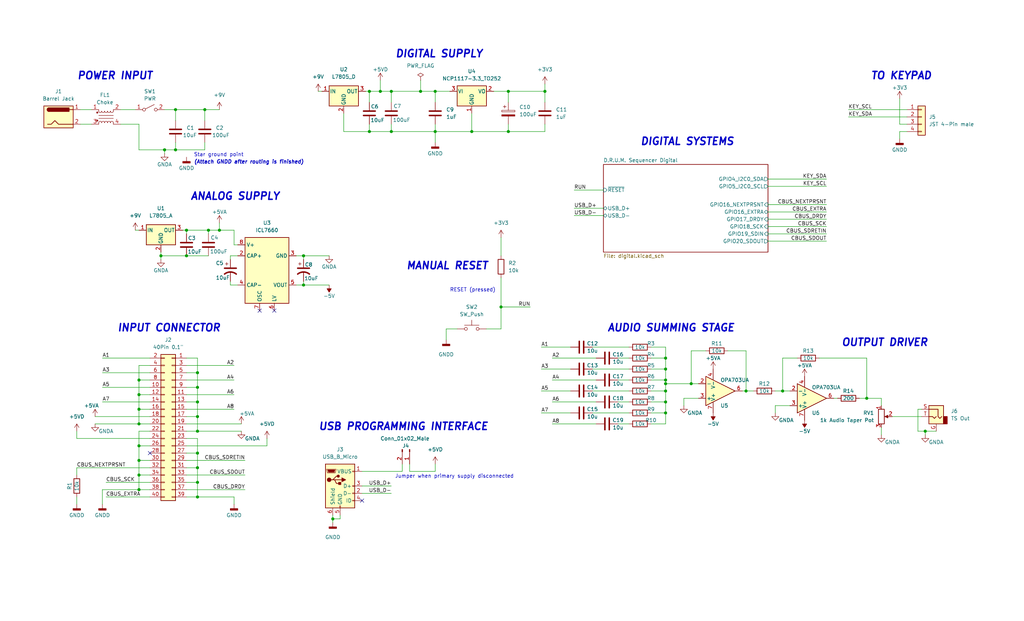
<source format=kicad_sch>
(kicad_sch (version 20211123) (generator eeschema)
  (paper "USLegal")
  (title_block (title "DRUM System Sequencer") (date "2022-10-12") (rev "1.0") (company "D.R.U.M."))
  (lib_symbols
    (symbol "Connector:AudioJack2_Ground"
      (property "Reference" "J" (at 0 8.89 0))
      (property "Value" "AudioJack2_Ground" (at 0 6.35 0))
      (symbol "AudioJack2_Ground_1_1"
        (pin passive line (at 0 -5.08 90) (length 2.54) (name "~") (number "G"))
        (pin passive line (at 5.08 2.54 180) (length 2.54) (name "~") (number "S"))
        (pin passive line (at 5.08 0 180) (length 2.54) (name "~") (number "T"))
      )
    )
    (symbol "Connector:Barrel_Jack" (pin_names (offset 1.016))
      (property "Reference" "J" (at 0 5.334 0))
      (property "Value" "Barrel_Jack" (at 0 -5.08 0))
      (symbol "Barrel_Jack_1_1"
        (pin passive line (at 7.62 2.54 180) (length 2.54) (name "~") (number "1"))
        (pin passive line (at 7.62 -2.54 180) (length 2.54) (name "~") (number "2"))
      )
    )
    (symbol "Connector:Conn_01x02_Male" (pin_names (offset 1.016) hide)
      (property "Reference" "J" (at 0 2.54 0))
      (property "Value" "Conn_01x02_Male" (at 0 -5.08 0))
      (symbol "Conn_01x02_Male_1_1"
        (pin passive line (at 5.08 0 180) (length 3.81) (name "Pin_1") (number "1"))
        (pin passive line (at 5.08 -2.54 180) (length 3.81) (name "Pin_2") (number "2"))
      )
    )
    (symbol "Connector:USB_B_Micro" (pin_names (offset 1.016))
      (property "Reference" "J" (at -5.08 11.43 0))
      (property "Value" "USB_B_Micro" (at -5.08 8.89 0))
      (symbol "USB_B_Micro_1_1"
        (pin power_out line (at 7.62 5.08 180) (length 2.54) (name "VBUS") (number "1"))
        (pin bidirectional line (at 7.62 -2.54 180) (length 2.54) (name "D-") (number "2"))
        (pin bidirectional line (at 7.62 0 180) (length 2.54) (name "D+") (number "3"))
        (pin passive line (at 7.62 -5.08 180) (length 2.54) (name "ID") (number "4"))
        (pin power_out line (at 0 -10.16 90) (length 2.54) (name "GND") (number "5"))
        (pin passive line (at -2.54 -10.16 90) (length 2.54) (name "Shield") (number "6"))
      )
    )
    (symbol "Connector_Generic:Conn_01x04" (pin_names (offset 1.016) hide)
      (property "Reference" "J" (at 0 5.08 0))
      (property "Value" "Conn_01x04" (at 0 -7.62 0))
      (symbol "Conn_01x04_1_1"
        (pin passive line (at -5.08 2.54 0) (length 3.81) (name "Pin_1") (number "1"))
        (pin passive line (at -5.08 0 0) (length 3.81) (name "Pin_2") (number "2"))
        (pin passive line (at -5.08 -2.54 0) (length 3.81) (name "Pin_3") (number "3"))
        (pin passive line (at -5.08 -5.08 0) (length 3.81) (name "Pin_4") (number "4"))
      )
    )
    (symbol "Connector_Generic:Conn_02x20_Odd_Even" (pin_names (offset 1.016) hide)
      (property "Reference" "J" (at 1.27 25.4 0))
      (property "Value" "Conn_02x20_Odd_Even" (at 1.27 -27.94 0))
      (symbol "Conn_02x20_Odd_Even_1_1"
        (pin passive line (at -5.08 22.86 0) (length 3.81) (name "Pin_1") (number "1"))
        (pin passive line (at 7.62 12.7 180) (length 3.81) (name "Pin_10") (number "10"))
        (pin passive line (at -5.08 10.16 0) (length 3.81) (name "Pin_11") (number "11"))
        (pin passive line (at 7.62 10.16 180) (length 3.81) (name "Pin_12") (number "12"))
        (pin passive line (at -5.08 7.62 0) (length 3.81) (name "Pin_13") (number "13"))
        (pin passive line (at 7.62 7.62 180) (length 3.81) (name "Pin_14") (number "14"))
        (pin passive line (at -5.08 5.08 0) (length 3.81) (name "Pin_15") (number "15"))
        (pin passive line (at 7.62 5.08 180) (length 3.81) (name "Pin_16") (number "16"))
        (pin passive line (at -5.08 2.54 0) (length 3.81) (name "Pin_17") (number "17"))
        (pin passive line (at 7.62 2.54 180) (length 3.81) (name "Pin_18") (number "18"))
        (pin passive line (at -5.08 0 0) (length 3.81) (name "Pin_19") (number "19"))
        (pin passive line (at 7.62 22.86 180) (length 3.81) (name "Pin_2") (number "2"))
        (pin passive line (at 7.62 0 180) (length 3.81) (name "Pin_20") (number "20"))
        (pin passive line (at -5.08 -2.54 0) (length 3.81) (name "Pin_21") (number "21"))
        (pin passive line (at 7.62 -2.54 180) (length 3.81) (name "Pin_22") (number "22"))
        (pin passive line (at -5.08 -5.08 0) (length 3.81) (name "Pin_23") (number "23"))
        (pin passive line (at 7.62 -5.08 180) (length 3.81) (name "Pin_24") (number "24"))
        (pin passive line (at -5.08 -7.62 0) (length 3.81) (name "Pin_25") (number "25"))
        (pin passive line (at 7.62 -7.62 180) (length 3.81) (name "Pin_26") (number "26"))
        (pin passive line (at -5.08 -10.16 0) (length 3.81) (name "Pin_27") (number "27"))
        (pin passive line (at 7.62 -10.16 180) (length 3.81) (name "Pin_28") (number "28"))
        (pin passive line (at -5.08 -12.7 0) (length 3.81) (name "Pin_29") (number "29"))
        (pin passive line (at -5.08 20.32 0) (length 3.81) (name "Pin_3") (number "3"))
        (pin passive line (at 7.62 -12.7 180) (length 3.81) (name "Pin_30") (number "30"))
        (pin passive line (at -5.08 -15.24 0) (length 3.81) (name "Pin_31") (number "31"))
        (pin passive line (at 7.62 -15.24 180) (length 3.81) (name "Pin_32") (number "32"))
        (pin passive line (at -5.08 -17.78 0) (length 3.81) (name "Pin_33") (number "33"))
        (pin passive line (at 7.62 -17.78 180) (length 3.81) (name "Pin_34") (number "34"))
        (pin passive line (at -5.08 -20.32 0) (length 3.81) (name "Pin_35") (number "35"))
        (pin passive line (at 7.62 -20.32 180) (length 3.81) (name "Pin_36") (number "36"))
        (pin passive line (at -5.08 -22.86 0) (length 3.81) (name "Pin_37") (number "37"))
        (pin passive line (at 7.62 -22.86 180) (length 3.81) (name "Pin_38") (number "38"))
        (pin passive line (at -5.08 -25.4 0) (length 3.81) (name "Pin_39") (number "39"))
        (pin passive line (at 7.62 20.32 180) (length 3.81) (name "Pin_4") (number "4"))
        (pin passive line (at 7.62 -25.4 180) (length 3.81) (name "Pin_40") (number "40"))
        (pin passive line (at -5.08 17.78 0) (length 3.81) (name "Pin_5") (number "5"))
        (pin passive line (at 7.62 17.78 180) (length 3.81) (name "Pin_6") (number "6"))
        (pin passive line (at -5.08 15.24 0) (length 3.81) (name "Pin_7") (number "7"))
        (pin passive line (at 7.62 15.24 180) (length 3.81) (name "Pin_8") (number "8"))
        (pin passive line (at -5.08 12.7 0) (length 3.81) (name "Pin_9") (number "9"))
      )
    )
    (symbol "Device:C" (pin_numbers hide) (pin_names (offset 0.254))
      (property "Reference" "C" (at 0.635 2.54 0))
      (property "Value" "C" (at 0.635 -2.54 0))
      (symbol "C_1_1"
        (pin passive line (at 0 3.81 270) (length 2.794) (name "~") (number "1"))
        (pin passive line (at 0 -3.81 90) (length 2.794) (name "~") (number "2"))
      )
    )
    (symbol "Device:C_Polarized" (pin_numbers hide) (pin_names (offset 0.254))
      (property "Reference" "C" (at 0.635 2.54 0))
      (property "Value" "C_Polarized" (at 0.635 -2.54 0))
      (symbol "C_Polarized_1_1"
        (pin passive line (at 0 3.81 270) (length 2.794) (name "~") (number "1"))
        (pin passive line (at 0 -3.81 90) (length 2.794) (name "~") (number "2"))
      )
    )
    (symbol "Device:C_Polarized_US" (pin_numbers hide) (pin_names (offset 0.254) hide)
      (property "Reference" "C" (at 0.635 2.54 0))
      (property "Value" "C_Polarized_US" (at 0.635 -2.54 0))
      (symbol "C_Polarized_US_1_1"
        (pin passive line (at 0 3.81 270) (length 2.794) (name "~") (number "1"))
        (pin passive line (at 0 -3.81 90) (length 3.302) (name "~") (number "2"))
      )
    )
    (symbol "Device:R" (pin_numbers hide) (pin_names (offset 0))
      (property "Reference" "R" (at 2.032 0 90))
      (property "Value" "R" (at 0 0 90))
      (symbol "R_1_1"
        (pin passive line (at 0 3.81 270) (length 1.27) (name "~") (number "1"))
        (pin passive line (at 0 -3.81 90) (length 1.27) (name "~") (number "2"))
      )
    )
    (symbol "Device:R_Potentiometer" (pin_names (offset 1.016) hide)
      (property "Reference" "RV" (at -4.445 0 90))
      (property "Value" "R_Potentiometer" (at -2.54 0 90))
      (symbol "R_Potentiometer_1_1"
        (pin passive line (at 0 3.81 270) (length 1.27) (name "1") (number "1"))
        (pin passive line (at 3.81 0 180) (length 1.27) (name "2") (number "2"))
        (pin passive line (at 0 -3.81 90) (length 1.27) (name "3") (number "3"))
      )
    )
    (symbol "Filter:Choke_Schaffner_RN102-2-02-1M1" (pin_names hide)
      (property "Reference" "FL" (at 0 5.08 0))
      (property "Value" "Choke_Schaffner_RN102-2-02-1M1" (at 0 -5.08 0))
      (symbol "Choke_Schaffner_RN102-2-02-1M1_1_1"
        (pin passive line (at -5.08 2.54 0) (length 2.54) (name "1") (number "1"))
        (pin passive line (at 5.08 2.54 180) (length 2.54) (name "2") (number "2"))
        (pin passive line (at -5.08 -2.54 0) (length 2.54) (name "3") (number "3"))
        (pin passive line (at 5.08 -2.54 180) (length 2.54) (name "4") (number "4"))
      )
    )
    (symbol "OPAMP_1" (pin_names (offset 0.254))
      (property "Reference" "U5" (at 0 5.08 0))
      (property "Value" "OPA703UA" (at 0 -3.81 0))
      (symbol "OPAMP_1_1_1"
        (pin input line (at -7.62 -2.54 0) (length 2.54) (name "-") (number "2"))
        (pin input line (at -7.62 2.54 0) (length 2.54) (name "+") (number "3"))
        (pin power_in line (at -2.54 -7.62 90) (length 3.81) (name "V-") (number "4"))
        (pin output line (at 7.62 0 180) (length 2.54) (name "~") (number "6"))
        (pin power_in line (at -2.54 7.62 270) (length 3.81) (name "V+") (number "7"))
      )
    )
    (symbol "Regulator_Linear:L7805" (pin_names (offset 0.254))
      (property "Reference" "U" (at -3.81 3.175 0))
      (property "Value" "L7805" (at 0 3.175 0))
      (symbol "L7805_1_1"
        (pin power_in line (at -7.62 0 0) (length 2.54) (name "IN") (number "1"))
        (pin power_in line (at 0 -7.62 90) (length 2.54) (name "GND") (number "2"))
        (pin power_out line (at 7.62 0 180) (length 2.54) (name "OUT") (number "3"))
      )
    )
    (symbol "Regulator_Linear:NCP1117-3.3_TO252" (pin_names (offset 0.254))
      (property "Reference" "U" (at -3.81 3.175 0))
      (property "Value" "NCP1117-3.3_TO252" (at 0 3.175 0))
      (symbol "NCP1117-3.3_TO252_1_1"
        (pin power_in line (at 0 -7.62 90) (length 2.54) (name "GND") (number "1"))
        (pin power_out line (at 7.62 0 180) (length 2.54) (name "VO") (number "2"))
        (pin power_in line (at -7.62 0 0) (length 2.54) (name "VI") (number "3"))
      )
    )
    (symbol "Regulator_SwitchedCapacitor:ICL7660"
      (property "Reference" "U?" (at 0 15.24 0))
      (property "Value" "ICL7660" (at 0 12.7 0))
      (symbol "ICL7660_1_1"
        (pin no_connect line (at -7.62 5.08 0) (length 2.54) hide (name "NC") (number "1"))
        (pin input line (at -10.16 3.81 0) (length 2.54) (name "CAP+") (number "2"))
        (pin power_in line (at 10.16 3.81 180) (length 2.54) (name "GND") (number "3"))
        (pin input line (at -10.16 -6.35 0) (length 2.54) (name "CAP-") (number "4"))
        (pin power_out line (at 10.16 -6.35 180) (length 2.54) (name "VOUT") (number "5"))
        (pin input line (at 2.54 -15.24 90) (length 2.54) (name "LV") (number "6"))
        (pin input line (at -2.54 -15.24 90) (length 2.54) (name "OSC") (number "7"))
        (pin power_in line (at -10.16 7.62 0) (length 2.54) (name "V+") (number "8"))
      )
    )
    (symbol "Switch:SW_Push" (pin_numbers hide) (pin_names (offset 1.016) hide)
      (property "Reference" "SW" (at 1.27 2.54 0))
      (property "Value" "SW_Push" (at 0 -1.524 0))
      (symbol "SW_Push_0_1"
        (pin passive line (at -5.08 0 0) (length 2.54) (name "1") (number "1"))
        (pin passive line (at 5.08 0 180) (length 2.54) (name "2") (number "2"))
      )
    )
    (symbol "Switch:SW_SPST" (pin_names (offset 0) hide)
      (property "Reference" "SW" (at 0 3.175 0))
      (property "Value" "SW_SPST" (at 0 -2.54 0))
      (symbol "SW_SPST_1_1"
        (pin passive line (at -5.08 0 0) (length 2.54) (name "A") (number "1"))
        (pin passive line (at 5.08 0 180) (length 2.54) (name "B") (number "2"))
      )
    )
    (symbol "power:+3.3V" (power) (pin_names (offset 0))
      (property "Value" "+3.3V" (at 0 3.556 0))
      (symbol "+3.3V_1_1"
        (pin power_in line (at 0 0 90) (length 0) hide (name "+3V3") (number "1"))
      )
    )
    (symbol "power:+3V3" (power) (pin_names (offset 0))
      (property "Value" "+3V3" (at 0 3.556 0))
      (symbol "+3V3_1_1"
        (pin power_in line (at 0 0 90) (length 0) hide (name "+3V3") (number "1"))
      )
    )
    (symbol "power:+5VA" (power) (pin_names (offset 0))
      (property "Value" "+5VA" (at 0 3.556 0))
      (symbol "+5VA_1_1"
        (pin power_in line (at 0 0 90) (length 0) hide (name "+5VA") (number "1"))
      )
    )
    (symbol "power:+5VD" (power) (pin_names (offset 0))
      (property "Value" "+5VD" (at 0 3.556 0))
      (symbol "+5VD_1_1"
        (pin power_in line (at 0 0 90) (length 0) hide (name "+5VD") (number "1"))
      )
    )
    (symbol "power:+9V" (power) (pin_names (offset 0))
      (property "Value" "+9V" (at 0 3.556 0))
      (symbol "+9V_1_1"
        (pin power_in line (at 0 0 90) (length 0) hide (name "+9V") (number "1"))
      )
    )
    (symbol "power:-5V" (power) (pin_names (offset 0))
      (property "Value" "-5V" (at 0 3.81 0))
      (symbol "-5V_0_0"
        (pin power_in line (at 0 0 90) (length 0) hide (name "-5V") (number "1"))
      )
    )
    (symbol "power:GNDA" (power) (pin_names (offset 0))
      (property "Value" "GNDA" (at 0 -3.81 0))
      (symbol "GNDA_1_1"
        (pin power_in line (at 0 0 270) (length 0) hide (name "GNDA") (number "1"))
      )
    )
    (symbol "power:GNDD" (power) (pin_names (offset 0))
      (property "Value" "GNDD" (at 0 -3.175 0))
      (symbol "GNDD_1_1"
        (pin power_in line (at 0 0 270) (length 0) hide (name "GNDD") (number "1"))
      )
    )
    (symbol "power:PWR_FLAG" (power) (pin_numbers hide) (pin_names (offset 0) hide)
      (property "Value" "PWR_FLAG" (at 0 3.81 0))
      (symbol "PWR_FLAG_0_0"
        (pin power_out line (at 0 0 90) (length 0) (name "pwr") (number "1"))
      )
    )
  )
  (junction (at 151.13 45.72))
  (junction (at 321.31 149.86))
  (junction (at 48.26 137.16))
  (junction (at 231.14 132.08))
  (junction (at 259.08 135.89))
  (junction (at 128.27 45.72))
  (junction (at 163.83 45.72))
  (junction (at 231.14 133.35))
  (junction (at 48.26 160.02))
  (junction (at 64.77 80.01))
  (junction (at 76.2 80.01))
  (junction (at 231.14 124.46))
  (junction (at 48.26 170.18))
  (junction (at 231.14 128.27))
  (junction (at 231.14 135.89))
  (junction (at 48.26 142.24))
  (junction (at 48.26 147.32))
  (junction (at 60.96 38.1))
  (junction (at 68.58 134.62))
  (junction (at 189.23 31.75))
  (junction (at 135.89 45.72))
  (junction (at 68.58 144.78))
  (junction (at 151.13 31.75))
  (junction (at 176.53 31.75))
  (junction (at 68.58 157.48))
  (junction (at 135.89 31.75))
  (junction (at 64.77 88.9))
  (junction (at 132.08 31.75))
  (junction (at 105.41 88.9))
  (junction (at 68.58 149.86))
  (junction (at 68.58 167.64))
  (junction (at 176.53 45.72))
  (junction (at 48.26 132.08))
  (junction (at 240.03 133.35))
  (junction (at 271.78 135.89))
  (junction (at 68.58 129.54))
  (junction (at 173.99 106.68))
  (junction (at 48.26 154.94))
  (junction (at 57.15 52.07))
  (junction (at 60.96 52.07))
  (junction (at 105.41 99.06))
  (junction (at 68.58 162.56))
  (junction (at 128.27 31.75))
  (junction (at 48.26 165.1))
  (junction (at 231.14 139.7))
  (junction (at 300.99 138.43))
  (junction (at 71.12 38.1))
  (junction (at 68.58 139.7))
  (junction (at 72.39 80.01))
  (junction (at 146.05 31.75))
  (junction (at 231.14 143.51))
  (junction (at 115.57 180.34))
  (junction (at 55.88 88.9))
  (junction (at 68.58 172.72))
  (no_connect (at 90.17 107.95))
  (no_connect (at 52.07 157.48))
  (no_connect (at 125.73 173.99))
  (no_connect (at 95.25 107.95))
  (wire (pts (xy 231.14 139.7) (xy 231.14 135.89)))
  (wire (pts (xy 41.91 38.1) (xy 46.99 38.1)))
  (wire (pts (xy 151.13 45.72) (xy 163.83 45.72)))
  (wire (pts (xy 57.15 38.1) (xy 60.96 38.1)))
  (wire (pts (xy 72.39 80.01) (xy 76.2 80.01)))
  (wire (pts (xy 105.41 99.06) (xy 114.3 99.06)))
  (wire (pts (xy 48.26 147.32) (xy 48.26 142.24)))
  (wire (pts (xy 57.15 52.07) (xy 57.15 53.34)))
  (wire (pts (xy 259.08 121.92) (xy 259.08 135.89)))
  (wire (pts (xy 191.77 147.32) (xy 207.01 147.32)))
  (wire (pts (xy 64.77 129.54) (xy 68.58 129.54)))
  (wire (pts (xy 168.91 114.3) (xy 173.99 114.3)))
  (wire (pts (xy 48.26 132.08) (xy 48.26 137.16)))
  (wire (pts (xy 35.56 134.62) (xy 52.07 134.62)))
  (wire (pts (xy 64.77 137.16) (xy 81.28 137.16)))
  (wire (pts (xy 226.06 135.89) (xy 231.14 135.89)))
  (wire (pts (xy 35.56 139.7) (xy 52.07 139.7)))
  (wire (pts (xy 125.73 163.83) (xy 139.7 163.83)))
  (wire (pts (xy 35.56 170.18) (xy 48.26 170.18)))
  (wire (pts (xy 191.77 124.46) (xy 207.01 124.46)))
  (wire (pts (xy 71.12 52.07) (xy 71.12 49.53)))
  (wire (pts (xy 298.45 138.43) (xy 300.99 138.43)))
  (wire (pts (xy 82.55 88.9) (xy 80.01 88.9)))
  (wire (pts (xy 314.96 40.64) (xy 294.64 40.64)))
  (wire (pts (xy 68.58 149.86) (xy 64.77 149.86)))
  (wire (pts (xy 306.07 140.97) (xy 306.07 138.43)))
  (wire (pts (xy 257.81 135.89) (xy 259.08 135.89)))
  (wire (pts (xy 226.06 143.51) (xy 231.14 143.51)))
  (wire (pts (xy 240.03 133.35) (xy 242.57 133.35)))
  (wire (pts (xy 271.78 135.89) (xy 274.32 135.89)))
  (wire (pts (xy 209.55 66.04) (xy 199.39 66.04)))
  (wire (pts (xy 64.77 157.48) (xy 68.58 157.48)))
  (wire (pts (xy 266.7 62.23) (xy 287.02 62.23)))
  (wire (pts (xy 48.26 127) (xy 48.26 132.08)))
  (wire (pts (xy 189.23 35.56) (xy 189.23 31.75)))
  (wire (pts (xy 63.5 80.01) (xy 64.77 80.01)))
  (wire (pts (xy 318.77 149.86) (xy 321.31 149.86)))
  (wire (pts (xy 35.56 124.46) (xy 52.07 124.46)))
  (wire (pts (xy 64.77 134.62) (xy 68.58 134.62)))
  (wire (pts (xy 64.77 127) (xy 81.28 127)))
  (wire (pts (xy 135.89 31.75) (xy 135.89 35.56)))
  (wire (pts (xy 33.02 147.32) (xy 48.26 147.32)))
  (wire (pts (xy 26.67 162.56) (xy 52.07 162.56)))
  (wire (pts (xy 118.11 179.07) (xy 118.11 180.34)))
  (wire (pts (xy 151.13 45.72) (xy 151.13 49.53)))
  (wire (pts (xy 266.7 78.74) (xy 287.02 78.74)))
  (wire (pts (xy 231.14 143.51) (xy 231.14 139.7)))
  (wire (pts (xy 68.58 129.54) (xy 68.58 134.62)))
  (wire (pts (xy 68.58 144.78) (xy 68.58 139.7)))
  (wire (pts (xy 27.94 43.18) (xy 31.75 43.18)))
  (wire (pts (xy 68.58 124.46) (xy 68.58 129.54)))
  (wire (pts (xy 27.94 38.1) (xy 31.75 38.1)))
  (wire (pts (xy 151.13 31.75) (xy 156.21 31.75)))
  (wire (pts (xy 105.41 99.06) (xy 105.41 97.79)))
  (wire (pts (xy 115.57 180.34) (xy 115.57 181.61)))
  (wire (pts (xy 68.58 162.56) (xy 68.58 167.64)))
  (wire (pts (xy 52.07 127) (xy 48.26 127)))
  (wire (pts (xy 71.12 38.1) (xy 71.12 41.91)))
  (wire (pts (xy 252.73 121.92) (xy 259.08 121.92)))
  (wire (pts (xy 318.77 142.24) (xy 318.77 149.86)))
  (wire (pts (xy 60.96 52.07) (xy 71.12 52.07)))
  (wire (pts (xy 312.42 34.29) (xy 312.42 43.18)))
  (wire (pts (xy 68.58 167.64) (xy 68.58 172.72)))
  (wire (pts (xy 48.26 43.18) (xy 48.26 52.07)))
  (wire (pts (xy 314.96 38.1) (xy 294.64 38.1)))
  (wire (pts (xy 189.23 45.72) (xy 176.53 45.72)))
  (wire (pts (xy 266.7 71.12) (xy 287.02 71.12)))
  (wire (pts (xy 176.53 31.75) (xy 176.53 35.56)))
  (wire (pts (xy 266.7 64.77) (xy 287.02 64.77)))
  (wire (pts (xy 52.07 167.64) (xy 36.83 167.64)))
  (wire (pts (xy 68.58 149.86) (xy 68.58 144.78)))
  (wire (pts (xy 226.06 139.7) (xy 231.14 139.7)))
  (wire (pts (xy 266.7 81.28) (xy 287.02 81.28)))
  (wire (pts (xy 300.99 138.43) (xy 306.07 138.43)))
  (wire (pts (xy 245.11 121.92) (xy 240.03 121.92)))
  (wire (pts (xy 231.14 133.35) (xy 240.03 133.35)))
  (wire (pts (xy 64.77 165.1) (xy 85.09 165.1)))
  (wire (pts (xy 41.91 43.18) (xy 48.26 43.18)))
  (wire (pts (xy 237.49 138.43) (xy 242.57 138.43)))
  (wire (pts (xy 271.78 124.46) (xy 271.78 135.89)))
  (wire (pts (xy 110.49 31.75) (xy 111.76 31.75)))
  (wire (pts (xy 72.39 80.01) (xy 72.39 81.28)))
  (wire (pts (xy 269.24 140.97) (xy 269.24 143.51)))
  (wire (pts (xy 92.71 152.4) (xy 92.71 154.94)))
  (wire (pts (xy 68.58 139.7) (xy 64.77 139.7)))
  (wire (pts (xy 71.12 38.1) (xy 76.2 38.1)))
  (wire (pts (xy 125.73 168.91) (xy 135.89 168.91)))
  (wire (pts (xy 276.86 124.46) (xy 271.78 124.46)))
  (wire (pts (xy 60.96 41.91) (xy 60.96 38.1)))
  (wire (pts (xy 52.07 154.94) (xy 48.26 154.94)))
  (wire (pts (xy 205.74 120.65) (xy 218.44 120.65)))
  (wire (pts (xy 231.14 128.27) (xy 231.14 132.08)))
  (wire (pts (xy 189.23 29.21) (xy 189.23 31.75)))
  (wire (pts (xy 139.7 163.83) (xy 139.7 161.29)))
  (wire (pts (xy 127 31.75) (xy 128.27 31.75)))
  (wire (pts (xy 64.77 132.08) (xy 81.28 132.08)))
  (wire (pts (xy 226.06 128.27) (xy 231.14 128.27)))
  (wire (pts (xy 151.13 161.29) (xy 151.13 163.83)))
  (wire (pts (xy 135.89 31.75) (xy 146.05 31.75)))
  (wire (pts (xy 266.7 83.82) (xy 287.02 83.82)))
  (wire (pts (xy 146.05 27.94) (xy 146.05 31.75)))
  (wire (pts (xy 102.87 88.9) (xy 105.41 88.9)))
  (wire (pts (xy 48.26 137.16) (xy 48.26 142.24)))
  (wire (pts (xy 128.27 31.75) (xy 128.27 35.56)))
  (wire (pts (xy 321.31 151.13) (xy 321.31 149.86)))
  (wire (pts (xy 80.01 88.9) (xy 80.01 90.17)))
  (wire (pts (xy 300.99 124.46) (xy 300.99 138.43)))
  (wire (pts (xy 205.74 143.51) (xy 218.44 143.51)))
  (wire (pts (xy 125.73 171.45) (xy 135.89 171.45)))
  (wire (pts (xy 64.77 80.01) (xy 72.39 80.01)))
  (wire (pts (xy 176.53 31.75) (xy 189.23 31.75)))
  (wire (pts (xy 48.26 149.86) (xy 48.26 154.94)))
  (wire (pts (xy 176.53 43.18) (xy 176.53 45.72)))
  (wire (pts (xy 55.88 87.63) (xy 55.88 88.9)))
  (wire (pts (xy 76.2 80.01) (xy 81.28 80.01)))
  (wire (pts (xy 64.77 80.01) (xy 64.77 81.28)))
  (wire (pts (xy 115.57 179.07) (xy 115.57 180.34)))
  (wire (pts (xy 48.26 52.07) (xy 57.15 52.07)))
  (wire (pts (xy 187.96 143.51) (xy 198.12 143.51)))
  (wire (pts (xy 119.38 45.72) (xy 128.27 45.72)))
  (wire (pts (xy 187.96 135.89) (xy 198.12 135.89)))
  (wire (pts (xy 151.13 45.72) (xy 151.13 43.18)))
  (wire (pts (xy 68.58 172.72) (xy 64.77 172.72)))
  (wire (pts (xy 214.63 147.32) (xy 218.44 147.32)))
  (wire (pts (xy 64.77 167.64) (xy 68.58 167.64)))
  (wire (pts (xy 64.77 162.56) (xy 68.58 162.56)))
  (wire (pts (xy 259.08 135.89) (xy 261.62 135.89)))
  (wire (pts (xy 151.13 35.56) (xy 151.13 31.75)))
  (wire (pts (xy 191.77 132.08) (xy 207.01 132.08)))
  (wire (pts (xy 135.89 45.72) (xy 151.13 45.72)))
  (wire (pts (xy 55.88 88.9) (xy 64.77 88.9)))
  (wire (pts (xy 154.94 114.3) (xy 158.75 114.3)))
  (wire (pts (xy 146.05 31.75) (xy 151.13 31.75)))
  (wire (pts (xy 48.26 160.02) (xy 48.26 165.1)))
  (wire (pts (xy 269.24 135.89) (xy 271.78 135.89)))
  (wire (pts (xy 321.31 149.86) (xy 325.12 149.86)))
  (wire (pts (xy 81.28 175.26) (xy 81.28 172.72)))
  (wire (pts (xy 52.07 137.16) (xy 48.26 137.16)))
  (wire (pts (xy 48.26 170.18) (xy 52.07 170.18)))
  (wire (pts (xy 81.28 172.72) (xy 68.58 172.72)))
  (wire (pts (xy 48.26 165.1) (xy 48.26 170.18)))
  (wire (pts (xy 80.01 97.79) (xy 80.01 99.06)))
  (wire (pts (xy 266.7 76.2) (xy 287.02 76.2)))
  (wire (pts (xy 35.56 129.54) (xy 52.07 129.54)))
  (wire (pts (xy 105.41 88.9) (xy 114.3 88.9)))
  (wire (pts (xy 226.06 147.32) (xy 231.14 147.32)))
  (wire (pts (xy 163.83 45.72) (xy 163.83 39.37)))
  (wire (pts (xy 314.96 45.72) (xy 312.42 45.72)))
  (wire (pts (xy 83.82 149.86) (xy 68.58 149.86)))
  (wire (pts (xy 189.23 43.18) (xy 189.23 45.72)))
  (wire (pts (xy 64.77 142.24) (xy 81.28 142.24)))
  (wire (pts (xy 309.88 144.78) (xy 320.04 144.78)))
  (wire (pts (xy 173.99 106.68) (xy 173.99 114.3)))
  (wire (pts (xy 171.45 31.75) (xy 176.53 31.75)))
  (wire (pts (xy 128.27 31.75) (xy 132.08 31.75)))
  (wire (pts (xy 52.07 160.02) (xy 48.26 160.02)))
  (wire (pts (xy 128.27 45.72) (xy 135.89 45.72)))
  (wire (pts (xy 80.01 99.06) (xy 82.55 99.06)))
  (wire (pts (xy 284.48 124.46) (xy 300.99 124.46)))
  (wire (pts (xy 68.58 134.62) (xy 68.58 139.7)))
  (wire (pts (xy 26.67 165.1) (xy 26.67 162.56)))
  (wire (pts (xy 187.96 128.27) (xy 198.12 128.27)))
  (wire (pts (xy 269.24 140.97) (xy 274.32 140.97)))
  (wire (pts (xy 226.06 132.08) (xy 231.14 132.08)))
  (wire (pts (xy 191.77 139.7) (xy 207.01 139.7)))
  (wire (pts (xy 92.71 154.94) (xy 64.77 154.94)))
  (wire (pts (xy 52.07 132.08) (xy 48.26 132.08)))
  (wire (pts (xy 173.99 96.52) (xy 173.99 106.68)))
  (wire (pts (xy 35.56 175.26) (xy 35.56 170.18)))
  (wire (pts (xy 289.56 138.43) (xy 290.83 138.43)))
  (wire (pts (xy 240.03 121.92) (xy 240.03 133.35)))
  (wire (pts (xy 132.08 27.94) (xy 132.08 31.75)))
  (wire (pts (xy 52.07 149.86) (xy 48.26 149.86)))
  (wire (pts (xy 214.63 124.46) (xy 218.44 124.46)))
  (wire (pts (xy 52.07 142.24) (xy 48.26 142.24)))
  (wire (pts (xy 173.99 82.55) (xy 173.99 88.9)))
  (wire (pts (xy 154.94 118.11) (xy 154.94 114.3)))
  (wire (pts (xy 226.06 124.46) (xy 231.14 124.46)))
  (wire (pts (xy 60.96 38.1) (xy 71.12 38.1)))
  (wire (pts (xy 64.77 124.46) (xy 68.58 124.46)))
  (wire (pts (xy 83.82 147.32) (xy 64.77 147.32)))
  (wire (pts (xy 214.63 139.7) (xy 218.44 139.7)))
  (wire (pts (xy 173.99 106.68) (xy 184.15 106.68)))
  (wire (pts (xy 52.07 144.78) (xy 33.02 144.78)))
  (wire (pts (xy 52.07 165.1) (xy 48.26 165.1)))
  (wire (pts (xy 231.14 135.89) (xy 231.14 133.35)))
  (wire (pts (xy 187.96 120.65) (xy 198.12 120.65)))
  (wire (pts (xy 102.87 99.06) (xy 105.41 99.06)))
  (wire (pts (xy 118.11 180.34) (xy 115.57 180.34)))
  (wire (pts (xy 57.15 52.07) (xy 60.96 52.07)))
  (wire (pts (xy 314.96 43.18) (xy 312.42 43.18)))
  (wire (pts (xy 60.96 52.07) (xy 60.96 49.53)))
  (wire (pts (xy 26.67 149.86) (xy 26.67 152.4)))
  (wire (pts (xy 320.04 142.24) (xy 318.77 142.24)))
  (wire (pts (xy 52.07 172.72) (xy 36.83 172.72)))
  (wire (pts (xy 105.41 88.9) (xy 105.41 90.17)))
  (wire (pts (xy 306.07 148.59) (xy 306.07 151.13)))
  (wire (pts (xy 26.67 152.4) (xy 52.07 152.4)))
  (wire (pts (xy 52.07 147.32) (xy 48.26 147.32)))
  (wire (pts (xy 237.49 138.43) (xy 237.49 140.97)))
  (wire (pts (xy 205.74 128.27) (xy 218.44 128.27)))
  (wire (pts (xy 214.63 132.08) (xy 218.44 132.08)))
  (wire (pts (xy 312.42 45.72) (xy 312.42 48.26)))
  (wire (pts (xy 231.14 120.65) (xy 231.14 124.46)))
  (wire (pts (xy 81.28 85.09) (xy 81.28 80.01)))
  (wire (pts (xy 55.88 88.9) (xy 55.88 90.17)))
  (wire (pts (xy 205.74 135.89) (xy 218.44 135.89)))
  (wire (pts (xy 209.55 72.39) (xy 199.39 72.39)))
  (wire (pts (xy 132.08 31.75) (xy 135.89 31.75)))
  (wire (pts (xy 68.58 152.4) (xy 68.58 157.48)))
  (wire (pts (xy 135.89 45.72) (xy 135.89 43.18)))
  (wire (pts (xy 64.77 170.18) (xy 85.09 170.18)))
  (wire (pts (xy 76.2 77.47) (xy 76.2 80.01)))
  (wire (pts (xy 48.26 154.94) (xy 48.26 160.02)))
  (wire (pts (xy 68.58 157.48) (xy 68.58 162.56)))
  (wire (pts (xy 226.06 120.65) (xy 231.14 120.65)))
  (wire (pts (xy 64.77 160.02) (xy 85.09 160.02)))
  (wire (pts (xy 128.27 45.72) (xy 128.27 43.18)))
  (wire (pts (xy 46.99 80.01) (xy 48.26 80.01)))
  (wire (pts (xy 68.58 144.78) (xy 64.77 144.78)))
  (wire (pts (xy 231.14 132.08) (xy 231.14 133.35)))
  (wire (pts (xy 176.53 45.72) (xy 163.83 45.72)))
  (wire (pts (xy 142.24 163.83) (xy 151.13 163.83)))
  (wire (pts (xy 266.7 73.66) (xy 287.02 73.66)))
  (wire (pts (xy 209.55 74.93) (xy 199.39 74.93)))
  (wire (pts (xy 142.24 161.29) (xy 142.24 163.83)))
  (wire (pts (xy 26.67 172.72) (xy 26.67 175.26)))
  (wire (pts (xy 119.38 39.37) (xy 119.38 45.72)))
  (wire (pts (xy 231.14 147.32) (xy 231.14 143.51)))
  (wire (pts (xy 64.77 152.4) (xy 68.58 152.4)))
  (wire (pts (xy 64.77 88.9) (xy 72.39 88.9)))
  (wire (pts (xy 231.14 124.46) (xy 231.14 128.27)))
  (wire (pts (xy 82.55 85.09) (xy 81.28 85.09)))
  (text "(Attach GNDD after routing is finished)" (at 67.31 57.15 0) (effects (font (size 1.27 1.27) (thickness 0.254) bold italic) (justify left bottom)))
  (text "OUTPUT DRIVER" (at 292.1 120.65 0) (effects (font (size 2.54 2.54) (thickness 0.508) bold italic) (justify left bottom)))
  (text "Jumper when primary supply disconnected" (at 137.16 166.37 0) (effects (font (size 1.27 1.27)) (justify left bottom)))
  (text "TO KEYPAD" (at 302.26 27.94 0) (effects (font (size 2.54 2.54) (thickness 0.508) bold italic) (justify left bottom)))
  (text "RESET (pressed)" (at 156.21 101.6 0) (effects (font (size 1.27 1.27)) (justify left bottom)))
  (text "MANUAL RESET" (at 140.97 93.98 0) (effects (font (size 2.54 2.54) (thickness 0.508) bold italic) (justify left bottom)))
  (text "INPUT CONNECTOR" (at 40.64 115.57 0) (effects (font (size 2.54 2.54) (thickness 0.508) bold italic) (justify left bottom)))
  (text "DIGITAL SYSTEMS" (at 222.25 50.8 0) (effects (font (size 2.54 2.54) (thickness 0.508) bold italic) (justify left bottom)))
  (text "DIGITAL SUPPLY" (at 137.16 20.32 0) (effects (font (size 2.54 2.54) (thickness 0.508) bold italic) (justify left bottom)))
  (text "USB PROGRAMMING INTERFACE" (at 110.49 149.86 0) (effects (font (size 2.54 2.54) (thickness 0.508) bold italic) (justify left bottom)))
  (text "AUDIO SUMMING STAGE" (at 210.82 115.57 0) (effects (font (size 2.54 2.54) (thickness 0.508) bold italic) (justify left bottom)))
  (text "ANALOG SUPPLY" (at 66.04 69.85 0) (effects (font (size 2.54 2.54) (thickness 0.508) bold italic) (justify left bottom)))
  (text "POWER INPUT" (at 26.67 27.94 0) (effects (font (size 2.54 2.54) (thickness 0.508) bold italic) (justify left bottom)))
  (text "Star ground point" (at 67.31 54.61 0) (effects (font (size 1.27 1.27)) (justify left bottom)))
  (label "A2" (at 81.28 127 180))
  (label "A7" (at 35.56 139.7 0))
  (label "A5" (at 35.56 134.62 0))
  (label "KEY_SCL" (at 287.02 64.77 180))
  (label "RUN" (at 199.39 66.04 0))
  (label "KEY_SDA" (at 294.64 40.64 0))
  (label "CBUS_NEXTPRSNT" (at 287.02 71.12 180))
  (label "A8" (at 191.77 147.32 0))
  (label "CBUS_SCK" (at 36.83 167.64 0))
  (label "A7" (at 187.96 143.51 0))
  (label "CBUS_SDRETIN" (at 287.02 81.28 180))
  (label "A1" (at 187.96 120.65 0))
  (label "CBUS_DRDY" (at 287.02 76.2 180))
  (label "KEY_SCL" (at 294.64 38.1 0))
  (label "USB_D+" (at 199.39 72.39 0))
  (label "A1" (at 35.56 124.46 0))
  (label "USB_D-" (at 135.89 171.45 180))
  (label "USB_D-" (at 199.39 74.93 0))
  (label "A6" (at 191.77 139.7 0))
  (label "A2" (at 191.77 124.46 0))
  (label "A4" (at 191.77 132.08 0))
  (label "CBUS_EXTRA" (at 287.02 73.66 180))
  (label "CBUS_NEXTPRSNT" (at 26.67 162.56 0))
  (label "A3" (at 187.96 128.27 0))
  (label "A8" (at 81.28 142.24 180))
  (label "A6" (at 81.28 137.16 180))
  (label "CBUS_SDRETIN" (at 85.09 160.02 180))
  (label "A5" (at 187.96 135.89 0))
  (label "RUN" (at 184.15 106.68 180))
  (label "A4" (at 81.28 132.08 180))
  (label "CBUS_SDOUT" (at 287.02 83.82 180))
  (label "CBUS_SCK" (at 287.02 78.74 180))
  (label "KEY_SDA" (at 287.02 62.23 180))
  (label "CBUS_SDOUT" (at 85.09 165.1 180))
  (label "USB_D+" (at 135.89 168.91 180))
  (label "CBUS_EXTRA" (at 36.83 172.72 0))
  (label "CBUS_DRDY" (at 85.09 170.18 180))
  (label "A3" (at 35.56 129.54 0))
  (symbol (lib_id "Device:R") (at 294.64 138.43 90) (unit 1)
    (property "Reference" "R14" (at 294.64 135.89 90))
    (property "Value" "200" (at 294.64 138.43 90))
    (property "Footprint" "Resistor_SMD:R_0603_1608Metric_Pad0.98x0.95mm_HandSolder" (effects hide))
  )
  (symbol (lib_name "OPAMP_1") (lib_id "pspice:OPAMP") (at 281.94 138.43 0) (mirror x) (unit 1)
    (property "Reference" "U6" (at 281.94 143.51 0) (effects (justify left)))
    (property "Value" "OPA703UA" (at 281.94 134.62 0) (effects (justify left)))
    (property "Footprint" "Package_SO:SOIC-8_3.9x4.9mm_P1.27mm" (effects hide))
  )
  (symbol (lib_id "power:GNDD") (at 154.94 118.11 0) (unit 1)
    (property "Reference" "#PWR023" (effects hide))
    (property "Value" "GNDD" (at 154.94 123.19 0))
  )
  (symbol (lib_id "power:+5VA") (at 83.82 147.32 0) (mirror y) (unit 1)
    (property "Reference" "#PWR014" (effects hide))
    (property "Value" "+5VA" (at 85.7594 143.7438 0))
  )
  (symbol (lib_id "power:GNDD") (at 35.56 175.26 0) (unit 1)
    (property "Reference" "#PWR05" (effects hide))
    (property "Value" "GNDD" (at 35.56 179.07 0))
  )
  (symbol (lib_id "Connector:USB_B_Micro") (at 118.11 168.91 0) (unit 1)
    (property "Reference" "J3" (at 118.11 156.21 0))
    (property "Value" "USB_B_Micro" (at 118.11 158.75 0))
    (property "Footprint" "Connector_USB:USB_Micro-B_Amphenol_10104110_Horizontal" (effects hide))
  )
  (symbol (lib_id "power:-5V") (at 114.3 99.06 180) (unit 1)
    (property "Reference" "#PWR019" (effects hide))
    (property "Value" "-5V" (at 114.3 102.87 0))
  )
  (symbol (lib_id "Device:C") (at 201.93 143.51 90) (unit 1)
    (property "Reference" "C15" (at 205.74 142.24 90))
    (property "Value" "10u" (at 205.74 144.78 90))
    (property "Footprint" "Capacitor_SMD:C_1206_3216Metric_Pad1.33x1.80mm_HandSolder" (effects hide))
  )
  (symbol (lib_id "Device:R") (at 222.25 120.65 90) (unit 1)
    (property "Reference" "R3" (at 226.06 119.38 90))
    (property "Value" "10k" (at 222.25 120.65 90))
    (property "Footprint" "Resistor_SMD:R_0603_1608Metric_Pad0.98x0.95mm_HandSolder" (effects hide))
  )
  (symbol (lib_id "power:+3V3") (at 173.99 82.55 0) (unit 1)
    (property "Reference" "#PWR025" (effects hide))
    (property "Value" "+3V3" (at 173.99 77.47 0))
  )
  (symbol (lib_id "power:GNDA") (at 237.49 140.97 0) (mirror y) (unit 1)
    (property "Reference" "#PWR026" (effects hide))
    (property "Value" "GNDA" (at 241.3 143.51 0))
  )
  (symbol (lib_id "Device:C") (at 210.82 147.32 90) (unit 1)
    (property "Reference" "C19" (at 214.63 146.05 90))
    (property "Value" "10u" (at 214.63 148.59 90))
    (property "Footprint" "Capacitor_SMD:C_1206_3216Metric_Pad1.33x1.80mm_HandSolder" (effects hide))
  )
  (symbol (lib_id "Device:C") (at 135.89 39.37 0) (unit 1)
    (property "Reference" "C7" (at 136.6332 36.883 0) (effects (justify left)))
    (property "Value" "100uF" (at 136.4208 41.6975 0) (effects (justify left)))
    (property "Footprint" "Capacitor_THT:CP_Radial_D8.0mm_P3.50mm" (effects hide))
  )
  (symbol (lib_id "Device:R") (at 265.43 135.89 90) (unit 1)
    (property "Reference" "R12" (at 265.43 133.35 90))
    (property "Value" "10k" (at 265.43 135.89 90))
    (property "Footprint" "Resistor_SMD:R_0603_1608Metric_Pad0.98x0.95mm_HandSolder" (effects hide))
  )
  (symbol (lib_id "Device:R") (at 222.25 135.89 90) (unit 1)
    (property "Reference" "R7" (at 226.06 134.62 90))
    (property "Value" "10k" (at 222.25 135.89 90))
    (property "Footprint" "Resistor_SMD:R_0603_1608Metric_Pad0.98x0.95mm_HandSolder" (effects hide))
  )
  (symbol (lib_id "power:GNDA") (at 321.31 151.13 0) (mirror y) (unit 1)
    (property "Reference" "#PWR035" (effects hide))
    (property "Value" "GNDA" (at 325.12 153.67 0))
  )
  (symbol (lib_id "Device:R_Potentiometer") (at 306.07 144.78 0) (unit 1)
    (property "Reference" "RV1" (at 303.53 143.5099 0) (effects (justify right)))
    (property "Value" "1k Audio Taper Pot" (at 303.53 146.0499 0) (effects (justify right)))
    (property "Footprint" "custom:LINPOT-10KDB" (effects hide))
  )
  (symbol (lib_id "Device:C_Polarized_US") (at 80.01 93.98 0) (unit 1)
    (property "Reference" "C5" (at 74.93 91.44 0) (effects (justify left)))
    (property "Value" "10uF" (at 74.93 96.52 0) (effects (justify left)))
    (property "Footprint" "Capacitor_SMD:C_1206_3216Metric_Pad1.33x1.80mm_HandSolder" (effects hide))
  )
  (symbol (lib_id "Device:C") (at 201.93 120.65 90) (unit 1)
    (property "Reference" "C12" (at 205.74 119.38 90))
    (property "Value" "10u" (at 205.74 121.92 90))
    (property "Footprint" "Capacitor_SMD:C_1206_3216Metric_Pad1.33x1.80mm_HandSolder" (effects hide))
  )
  (symbol (lib_id "Regulator_Linear:L7805") (at 55.88 80.01 0) (unit 1)
    (property "Reference" "U1" (at 55.88 72.39 0))
    (property "Value" "L7805_A" (at 55.88 74.93 0))
    (property "Footprint" "Package_TO_SOT_THT:TO-220-3_Horizontal_TabDown" (effects hide))
    (property "Datasheet" "http://www.st.com/content/ccc/resource/technical/document/datasheet/41/4f/b3/b0/12/d4/47/88/CD00000444.pdf/files/CD00000444.pdf/jcr:content/translations/en.CD00000444.pdf" (effects hide))
  )
  (symbol (lib_id "Device:R") (at 248.92 121.92 90) (unit 1)
    (property "Reference" "R11" (at 248.92 119.38 90))
    (property "Value" "10k" (at 248.92 121.92 90))
    (property "Footprint" "Resistor_SMD:R_0603_1608Metric_Pad0.98x0.95mm_HandSolder" (effects hide))
  )
  (symbol (lib_id "Device:R") (at 222.25 128.27 90) (unit 1)
    (property "Reference" "R5" (at 226.06 127 90))
    (property "Value" "10k" (at 222.25 128.27 90))
    (property "Footprint" "Resistor_SMD:R_0603_1608Metric_Pad0.98x0.95mm_HandSolder" (effects hide))
  )
  (symbol (lib_id "Device:C") (at 210.82 124.46 90) (unit 1)
    (property "Reference" "C16" (at 214.63 123.19 90))
    (property "Value" "10u" (at 214.63 125.73 90))
    (property "Footprint" "Capacitor_SMD:C_1206_3216Metric_Pad1.33x1.80mm_HandSolder" (effects hide))
  )
  (symbol (lib_id "Device:C") (at 201.93 135.89 90) (unit 1)
    (property "Reference" "C14" (at 205.74 134.62 90))
    (property "Value" "10u" (at 205.74 137.16 90))
    (property "Footprint" "Capacitor_SMD:C_1206_3216Metric_Pad1.33x1.80mm_HandSolder" (effects hide))
  )
  (symbol (lib_id "Device:R") (at 173.99 92.71 0) (unit 1)
    (property "Reference" "R2" (at 176.53 91.4399 0) (effects (justify left)))
    (property "Value" "10k" (at 176.53 93.9799 0) (effects (justify left)))
    (property "Footprint" "Resistor_SMD:R_0603_1608Metric_Pad0.98x0.95mm_HandSolder" (effects hide))
  )
  (symbol (lib_id "Device:R") (at 222.25 147.32 90) (unit 1)
    (property "Reference" "R10" (at 226.06 146.05 90))
    (property "Value" "10k" (at 222.25 147.32 90))
    (property "Footprint" "Resistor_SMD:R_0603_1608Metric_Pad0.98x0.95mm_HandSolder" (effects hide))
  )
  (symbol (lib_id "Connector_Generic:Conn_01x04") (at 320.04 40.64 0) (unit 1)
    (property "Reference" "J5" (at 322.58 40.6399 0) (effects (justify left)))
    (property "Value" "JST 4-Pin male" (at 322.58 43.1799 0) (effects (justify left)))
    (property "Footprint" "Connector_JST:JST_PH_B4B-PH-K_1x04_P2.00mm_Vertical" (effects hide))
  )
  (symbol (lib_id "Device:R") (at 222.25 143.51 90) (unit 1)
    (property "Reference" "R9" (at 226.06 142.24 90))
    (property "Value" "10k" (at 222.25 143.51 90))
    (property "Footprint" "Resistor_SMD:R_0603_1608Metric_Pad0.98x0.95mm_HandSolder" (effects hide))
  )
  (symbol (lib_id "Device:R") (at 280.67 124.46 90) (unit 1)
    (property "Reference" "R13" (at 280.67 121.92 90))
    (property "Value" "10k" (at 280.67 124.46 90))
    (property "Footprint" "Resistor_SMD:R_0603_1608Metric_Pad0.98x0.95mm_HandSolder" (effects hide))
  )
  (symbol (lib_id "Switch:SW_SPST") (at 52.07 38.1 0) (unit 1)
    (property "Reference" "SW1" (at 52.07 31.75 0))
    (property "Value" "PWR" (at 52.07 34.29 0))
    (property "Footprint" "Connector_PinHeader_2.00mm:PinHeader_1x02_P2.00mm_Vertical" (effects hide))
  )
  (symbol (lib_id "power:GNDA") (at 55.88 90.17 0) (mirror y) (unit 1)
    (property "Reference" "#PWR09" (effects hide))
    (property "Value" "GNDA" (at 55.88 93.98 0))
  )
  (symbol (lib_id "Regulator_SwitchedCapacitor:ICL7660") (at 92.71 92.71 0) (unit 1)
    (property "Reference" "U3" (at 92.71 77.47 0))
    (property "Value" "ICL7660" (at 92.71 80.01 0))
    (property "Footprint" "Package_SO:SOIC-8_3.9x4.9mm_P1.27mm" (effects hide))
    (property "Datasheet" "http://datasheets.maximintegrated.com/en/ds/ICL7660-MAX1044.pdf" (effects hide))
  )
  (symbol (lib_id "Filter:Choke_Schaffner_RN102-2-02-1M1") (at 36.83 40.64 0) (unit 1)
    (property "Reference" "FL1" (at 36.449 33.02 0))
    (property "Value" "Choke" (at 36.449 35.56 0))
    (property "Footprint" "Inductor_THT:Choke_Schaffner_RN102-04-14.0x14.0mm" (effects hide))
    (property "Datasheet" "https://www.schaffner.com/products/download/product/datasheet/rn-series-common-mode-chokes-new/" (effects hide))
  )
  (symbol (lib_id "Device:C_Polarized_US") (at 105.41 93.98 0) (unit 1)
    (property "Reference" "C8" (at 105.8464 91.9636 0) (effects (justify left)))
    (property "Value" "10uF" (at 105.6576 96.7467 0) (effects (justify left)))
    (property "Footprint" "Capacitor_SMD:C_1206_3216Metric_Pad1.33x1.80mm_HandSolder" (effects hide))
  )
  (symbol (lib_id "power:GNDD") (at 115.57 181.61 0) (unit 1)
    (property "Reference" "#PWR020" (effects hide))
    (property "Value" "GNDD" (at 115.57 186.69 0))
  )
  (symbol (lib_id "Device:C") (at 71.12 45.72 0) (unit 1)
    (property "Reference" "C2" (at 74.93 44.4499 0) (effects (justify left)))
    (property "Value" "100uF" (at 73.66 46.99 0) (effects (justify left)))
    (property "Footprint" "Capacitor_THT:CP_Radial_D8.0mm_P3.50mm" (effects hide))
  )
  (symbol (lib_id "Device:C") (at 72.39 85.09 0) (unit 1)
    (property "Reference" "C4" (at 73.1332 82.603 0) (effects (justify left)))
    (property "Value" "100uF" (at 72.9208 87.4175 0) (effects (justify left)))
    (property "Footprint" "Capacitor_THT:CP_Radial_D8.0mm_P3.50mm" (effects hide))
  )
  (symbol (lib_id "power:-5V") (at 279.4 146.05 180) (unit 1)
    (property "Reference" "#PWR031" (effects hide))
    (property "Value" "-5V" (at 279.4 149.86 0))
  )
  (symbol (lib_id "power:+5VD") (at 92.71 152.4 0) (unit 1)
    (property "Reference" "#PWR016" (effects hide))
    (property "Value" "+5VD" (at 92.71 147.32 0))
  )
  (symbol (lib_id "power:+5VA") (at 33.02 144.78 0) (mirror y) (unit 1)
    (property "Reference" "#PWR03" (effects hide))
    (property "Value" "+5VA" (at 31.75 140.97 0))
  )
  (symbol (lib_id "power:+9V") (at 46.99 80.01 0) (unit 1)
    (property "Reference" "#PWR07" (effects hide))
    (property "Value" "+9V" (at 46.99 74.93 0))
  )
  (symbol (lib_id "power:GNDA") (at 57.15 53.34 0) (mirror y) (unit 1)
    (property "Reference" "#PWR06" (effects hide))
    (property "Value" "GNDA" (at 57.15 57.15 0))
  )
  (symbol (lib_id "power:GNDA") (at 114.3 88.9 0) (mirror y) (unit 1)
    (property "Reference" "#PWR018" (effects hide))
    (property "Value" "GNDA" (at 114.3 92.71 0))
  )
  (symbol (lib_id "power:GNDA") (at 83.82 149.86 0) (mirror y) (unit 1)
    (property "Reference" "#PWR015" (effects hide))
    (property "Value" "GNDA" (at 87.63 152.4 0))
  )
  (symbol (lib_id "power:+5VD") (at 26.67 149.86 0) (unit 1)
    (property "Reference" "#PWR01" (effects hide))
    (property "Value" "+5VD" (at 26.67 144.78 0))
  )
  (symbol (lib_name "OPAMP_1") (lib_id "pspice:OPAMP") (at 250.19 135.89 0) (mirror x) (unit 1)
    (property "Reference" "U5" (at 250.19 140.97 0) (effects (justify left)))
    (property "Value" "OPA703UA" (at 250.19 132.08 0) (effects (justify left)))
    (property "Footprint" "Package_SO:SOIC-8_3.9x4.9mm_P1.27mm" (effects hide))
  )
  (symbol (lib_id "power:+5VD") (at 151.13 161.29 0) (unit 1)
    (property "Reference" "#PWR022" (effects hide))
    (property "Value" "+5VD" (at 151.13 156.21 0))
  )
  (symbol (lib_id "Device:C_Polarized") (at 176.53 39.37 0) (unit 1)
    (property "Reference" "C10" (at 180.34 37.2109 0) (effects (justify left)))
    (property "Value" "100uF" (at 180.34 39.7509 0) (effects (justify left)))
    (property "Footprint" "Capacitor_THT:CP_Radial_D8.0mm_P3.50mm" (effects hide))
  )
  (symbol (lib_id "power:GNDD") (at 151.13 49.53 0) (unit 1)
    (property "Reference" "#PWR021" (effects hide))
    (property "Value" "GNDD" (at 151.13 53.34 0))
  )
  (symbol (lib_id "Connector:AudioJack2_Ground") (at 325.12 144.78 0) (mirror y) (unit 1)
    (property "Reference" "J6" (at 330.2 142.8749 0) (effects (justify right)))
    (property "Value" "TS Out" (at 330.2 145.4149 0) (effects (justify right)))
    (property "Footprint" "Connector_Audio:Jack_6.35mm_Neutrik_NRJ6HF-AU_Horizontal" (effects hide))
  )
  (symbol (lib_id "Device:C") (at 60.96 45.72 0) (unit 1)
    (property "Reference" "C1" (at 64.77 44.45 0) (effects (justify left)))
    (property "Value" "10uF" (at 63.5 46.99 0) (effects (justify left)))
    (property "Footprint" "Capacitor_SMD:C_1206_3216Metric_Pad1.33x1.80mm_HandSolder" (effects hide))
  )
  (symbol (lib_id "power:+5VA") (at 247.65 128.27 0) (unit 1)
    (property "Reference" "#PWR027" (effects hide))
    (property "Value" "+5VA" (at 247.65 124.46 0))
  )
  (symbol (lib_id "Device:C") (at 210.82 132.08 90) (unit 1)
    (property "Reference" "C17" (at 214.63 130.81 90))
    (property "Value" "10u" (at 214.63 133.35 90))
    (property "Footprint" "Capacitor_SMD:C_1206_3216Metric_Pad1.33x1.80mm_HandSolder" (effects hide))
  )
  (symbol (lib_id "power:-5V") (at 247.65 143.51 180) (unit 1)
    (property "Reference" "#PWR028" (effects hide))
    (property "Value" "-5V" (at 247.65 147.32 0))
  )
  (symbol (lib_id "power:+9V") (at 110.49 31.75 0) (unit 1)
    (property "Reference" "#PWR012" (effects hide))
    (property "Value" "+9V" (at 110.49 26.67 0))
  )
  (symbol (lib_id "power:+9V") (at 76.2 38.1 0) (unit 1)
    (property "Reference" "#PWR010" (effects hide))
    (property "Value" "+9V" (at 76.2 33.02 0))
  )
  (symbol (lib_id "power:+3V3") (at 189.23 29.21 0) (unit 1)
    (property "Reference" "#PWR024" (effects hide))
    (property "Value" "+3V3" (at 189.23 24.13 0))
  )
  (symbol (lib_id "power:+5VA") (at 279.4 130.81 0) (unit 1)
    (property "Reference" "#PWR030" (effects hide))
    (property "Value" "+5VA" (at 279.4 127 0))
  )
  (symbol (lib_id "Connector:Conn_01x02_Male") (at 142.24 156.21 270) (unit 1)
    (property "Reference" "J4" (at 139.7 154.94 90) (effects (justify left)))
    (property "Value" "Conn_01x02_Male" (at 132.08 152.4 90) (effects (justify left)))
    (property "Footprint" "Connector_PinHeader_2.54mm:PinHeader_1x02_P2.54mm_Vertical" (effects hide))
  )
  (symbol (lib_id "Regulator_Linear:L7805") (at 119.38 31.75 0) (unit 1)
    (property "Reference" "U2" (at 119.38 24.13 0))
    (property "Value" "L7805_D" (at 119.38 26.67 0))
    (property "Footprint" "Package_TO_SOT_THT:TO-220-3_Horizontal_TabDown" (effects hide))
    (property "Datasheet" "http://www.st.com/content/ccc/resource/technical/document/datasheet/41/4f/b3/b0/12/d4/47/88/CD00000444.pdf/files/CD00000444.pdf/jcr:content/translations/en.CD00000444.pdf" (effects hide))
  )
  (symbol (lib_id "power:GNDD") (at 81.28 175.26 0) (unit 1)
    (property "Reference" "#PWR013" (effects hide))
    (property "Value" "GNDD" (at 81.28 179.07 0))
  )
  (symbol (lib_id "Device:C") (at 128.27 39.37 0) (unit 1)
    (property "Reference" "C6" (at 128.7742 37.0246 0) (effects (justify left)))
    (property "Value" "10uF" (at 128.6545 41.755 0) (effects (justify left)))
    (property "Footprint" "Capacitor_SMD:C_1206_3216Metric_Pad1.33x1.80mm_HandSolder" (effects hide))
  )
  (symbol (lib_id "Device:C") (at 189.23 39.37 0) (unit 1)
    (property "Reference" "C11" (at 193.04 38.0999 0) (effects (justify left)))
    (property "Value" "1uF" (at 193.04 40.6399 0) (effects (justify left)))
    (property "Footprint" "Capacitor_SMD:C_0603_1608Metric_Pad1.08x0.95mm_HandSolder" (effects hide))
  )
  (symbol (lib_id "Switch:SW_Push") (at 163.83 114.3 0) (unit 1)
    (property "Reference" "SW2" (at 163.83 106.68 0))
    (property "Value" "SW_Push" (at 163.83 109.22 0))
    (property "Footprint" "custom:TE_ConnMSLPT5252CG1" (effects hide))
  )
  (symbol (lib_id "Device:R") (at 26.67 168.91 180) (unit 1)
    (property "Reference" "R1" (at 24.13 168.91 90))
    (property "Value" "10k" (at 26.67 168.91 90))
    (property "Footprint" "Resistor_SMD:R_0603_1608Metric_Pad0.98x0.95mm_HandSolder" (effects hide))
  )
  (symbol (lib_id "power:GNDA") (at 33.02 147.32 0) (mirror y) (unit 1)
    (property "Reference" "#PWR04" (effects hide))
    (property "Value" "GNDA" (at 36.83 149.86 0))
  )
  (symbol (lib_id "Device:C") (at 201.93 128.27 90) (unit 1)
    (property "Reference" "C13" (at 205.74 127 90))
    (property "Value" "10u" (at 205.74 129.54 90))
    (property "Footprint" "Capacitor_SMD:C_1206_3216Metric_Pad1.33x1.80mm_HandSolder" (effects hide))
  )
  (symbol (lib_id "Device:C") (at 151.13 39.37 0) (unit 1)
    (property "Reference" "C9" (at 154.94 38.0999 0) (effects (justify left)))
    (property "Value" "1uF" (at 154.94 40.6399 0) (effects (justify left)))
    (property "Footprint" "Capacitor_SMD:C_0603_1608Metric_Pad1.08x0.95mm_HandSolder" (effects hide))
  )
  (symbol (lib_id "power:PWR_FLAG") (at 146.05 27.94 0) (unit 1)
    (property "Reference" "#FLG01" (effects hide))
    (property "Value" "PWR_FLAG" (at 146.05 22.86 0))
  )
  (symbol (lib_id "power:GNDD") (at 312.42 48.26 0) (unit 1)
    (property "Reference" "#PWR034" (effects hide))
    (property "Value" "GNDD" (at 312.42 52.07 0))
  )
  (symbol (lib_id "power:GNDA") (at 269.24 143.51 0) (mirror y) (unit 1)
    (property "Reference" "#PWR029" (effects hide))
    (property "Value" "GNDA" (at 273.05 146.05 0))
  )
  (symbol (lib_id "power:+5VD") (at 132.08 27.94 0) (unit 1)
    (property "Reference" "#PWR017" (effects hide))
    (property "Value" "+5VD" (at 132.08 24.13 0))
  )
  (symbol (lib_id "Device:C") (at 64.77 85.09 0) (unit 1)
    (property "Reference" "C3" (at 65.2742 82.7446 0) (effects (justify left)))
    (property "Value" "10uF" (at 65.1545 87.475 0) (effects (justify left)))
    (property "Footprint" "Capacitor_SMD:C_1206_3216Metric_Pad1.33x1.80mm_HandSolder" (effects hide))
  )
  (symbol (lib_id "Regulator_Linear:NCP1117-3.3_TO252") (at 163.83 31.75 0) (unit 1)
    (property "Reference" "U4" (at 163.83 24.765 0))
    (property "Value" "NCP1117-3.3_TO252" (at 163.83 27.305 0))
    (property "Footprint" "Package_TO_SOT_SMD:TO-252-2" (effects hide))
    (property "Datasheet" "http://www.onsemi.com/pub_link/Collateral/NCP1117-D.PDF" (effects hide))
  )
  (symbol (lib_id "Device:C") (at 210.82 139.7 90) (unit 1)
    (property "Reference" "C18" (at 214.63 138.43 90))
    (property "Value" "10u" (at 214.63 140.97 90))
    (property "Footprint" "Capacitor_SMD:C_1206_3216Metric_Pad1.33x1.80mm_HandSolder" (effects hide))
  )
  (symbol (lib_id "Connector:Barrel_Jack") (at 20.32 40.64 0) (unit 1)
    (property "Reference" "J1" (at 20.32 31.75 0))
    (property "Value" "Barrel Jack" (at 20.32 34.29 0))
    (property "Footprint" "Connector_BarrelJack:BarrelJack_Horizontal" (effects hide))
  )
  (symbol (lib_id "Connector_Generic:Conn_02x20_Odd_Even") (at 59.69 147.32 0) (mirror y) (unit 1)
    (property "Reference" "J2" (at 58.42 118.11 0))
    (property "Value" "40Pin 0.1\"" (at 58.42 120.65 0))
    (property "Footprint" "Connector_PinHeader_2.54mm:PinHeader_2x20_P2.54mm_Horizontal" (effects hide))
  )
  (symbol (lib_id "power:GNDD") (at 64.77 54.61 0) (unit 1)
    (property "Reference" "#PWR08" (effects hide))
    (property "Value" "GNDD" (at 64.77 58.42 0))
  )
  (symbol (lib_id "power:+3.3V") (at 312.42 34.29 0) (unit 1)
    (property "Reference" "#PWR033" (effects hide))
    (property "Value" "+3.3V" (at 312.42 30.48 0))
  )
  (symbol (lib_id "Device:R") (at 222.25 124.46 90) (unit 1)
    (property "Reference" "R4" (at 226.06 123.19 90))
    (property "Value" "10k" (at 222.25 124.46 90))
    (property "Footprint" "Resistor_SMD:R_0603_1608Metric_Pad0.98x0.95mm_HandSolder" (effects hide))
  )
  (symbol (lib_id "power:+5VA") (at 76.2 77.47 0) (unit 1)
    (property "Reference" "#PWR011" (effects hide))
    (property "Value" "+5VA" (at 76.2 73.66 0))
  )
  (symbol (lib_id "power:GNDD") (at 26.67 175.26 0) (unit 1)
    (property "Reference" "#PWR02" (effects hide))
    (property "Value" "GNDD" (at 26.67 179.07 0))
  )
  (symbol (lib_id "power:GNDA") (at 306.07 151.13 0) (mirror y) (unit 1)
    (property "Reference" "#PWR032" (effects hide))
    (property "Value" "GNDA" (at 309.88 153.67 0))
  )
  (symbol (lib_id "Device:R") (at 222.25 139.7 90) (unit 1)
    (property "Reference" "R8" (at 226.06 138.43 90))
    (property "Value" "10k" (at 222.25 139.7 90))
    (property "Footprint" "Resistor_SMD:R_0603_1608Metric_Pad0.98x0.95mm_HandSolder" (effects hide))
  )
  (symbol (lib_id "Device:R") (at 222.25 132.08 90) (unit 1)
    (property "Reference" "R6" (at 226.06 130.81 90))
    (property "Value" "10k" (at 222.25 132.08 90))
    (property "Footprint" "Resistor_SMD:R_0603_1608Metric_Pad0.98x0.95mm_HandSolder" (effects hide))
  )
  (sheet (at 209.55 57.15) (size 57.15 30.48) (stroke (width 0.1524))
    (property "Sheet name" "D.R.U.M. Sequencer Digital" (at 209.55 56.4384 0) (effects (justify left bottom)))
    (property "Sheet file" "digital.kicad_sch" (at 209.55 88.2146 0) (effects (justify left top)))
    (pin "USB_D+" bidirectional (at 209.55 72.39 180))
    (pin "USB_D-" bidirectional (at 209.55 74.93 180))
    (pin "~{RESET}" input (at 209.55 66.04 180))
    (pin "GPIO18_SCK" input (at 266.7 78.74 0))
    (pin "GPIO17_DRDY" input (at 266.7 76.2 0))
    (pin "GPIO20_SDOUT" output (at 266.7 83.82 0))
    (pin "GPIO19_SDIN" input (at 266.7 81.28 0))
    (pin "GPIO16_EXTRA" tri_state (at 266.7 73.66 0))
    (pin "GPIO4_I2C0_SDA" output (at 266.7 62.23 0))
    (pin "GPIO5_I2C0_SCL" output (at 266.7 64.77 0))
    (pin "GPIO16_NEXTPRSNT" input (at 266.7 71.12 0))
  )
)
</source>
